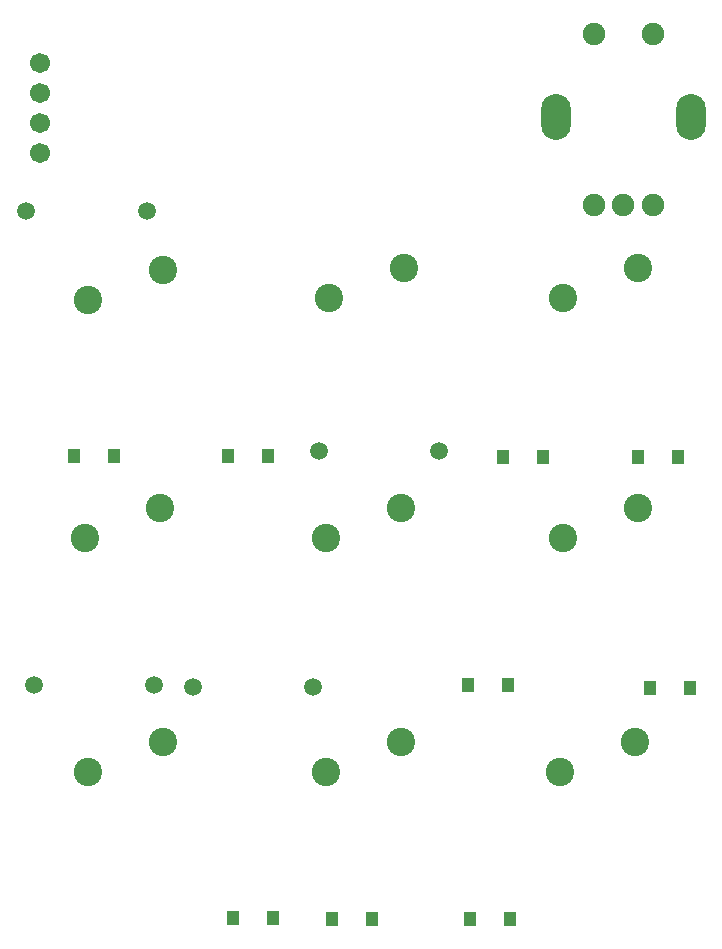
<source format=gts>
G04 Layer: TopSolderMaskLayer*
G04 EasyEDA v6.5.46, 2024-09-20 13:26:03*
G04 2d8f00c50ae54bd9acad4b1cc035e29b,c0cefccd67054bf09917bfb35b18985a,10*
G04 Gerber Generator version 0.2*
G04 Scale: 100 percent, Rotated: No, Reflected: No *
G04 Dimensions in millimeters *
G04 leading zeros omitted , absolute positions ,4 integer and 5 decimal *
%FSLAX45Y45*%
%MOMM*%

%AMMACRO1*4,1,8,-0.4961,-0.6258,-0.5258,-0.596,-0.5258,0.5961,-0.4961,0.6258,0.496,0.6258,0.5258,0.5961,0.5258,-0.596,0.496,-0.6258,-0.4961,-0.6258,0*%
%ADD10C,1.5016*%
%ADD11MACRO1*%
%ADD12C,1.7016*%
%ADD13C,2.4032*%
%ADD14C,1.9016*%
%ADD15O,2.5015952X3.9015924*%

%LPD*%
D10*
G01*
X4421606Y4597400D03*
G01*
X3401593Y4597400D03*
G01*
X3354806Y2603500D03*
G01*
X2334793Y2603500D03*
G01*
X1945106Y6629400D03*
G01*
X925093Y6629400D03*
G01*
X2008606Y2616200D03*
G01*
X988593Y2616200D03*
D11*
G01*
X5300040Y4546600D03*
G01*
X4961559Y4546600D03*
G01*
X5020640Y635000D03*
G01*
X4682159Y635000D03*
G01*
X1667840Y4559300D03*
G01*
X1329359Y4559300D03*
G01*
X6443040Y4546600D03*
G01*
X6104559Y4546600D03*
G01*
X3852240Y635000D03*
G01*
X3513759Y635000D03*
G01*
X5007940Y2616200D03*
G01*
X4669459Y2616200D03*
G01*
X6544640Y2590800D03*
G01*
X6206159Y2590800D03*
G01*
X3014040Y647700D03*
G01*
X2675559Y647700D03*
G01*
X2975940Y4559300D03*
G01*
X2637459Y4559300D03*
D12*
G01*
X1041400Y7124700D03*
G01*
X1041400Y7378700D03*
G01*
X1041400Y7632700D03*
G01*
X1041400Y7886700D03*
D13*
G01*
X1447800Y5880100D03*
G01*
X2082800Y6134100D03*
G01*
X3467100Y3860800D03*
G01*
X4102100Y4114800D03*
G01*
X5473700Y3860800D03*
G01*
X6108700Y4114800D03*
G01*
X5473700Y5892800D03*
G01*
X6108700Y6146800D03*
G01*
X5448300Y1879600D03*
G01*
X6083300Y2133600D03*
G01*
X1447800Y1879600D03*
G01*
X2082800Y2133600D03*
G01*
X3467100Y1879600D03*
G01*
X4102100Y2133600D03*
G01*
X3492500Y5892800D03*
G01*
X4127500Y6146800D03*
G01*
X1422400Y3860800D03*
G01*
X2057400Y4114800D03*
D14*
G01*
X5731713Y8129092D03*
G01*
X6231712Y8129092D03*
G01*
X5731713Y6679107D03*
G01*
X5981700Y6679107D03*
G01*
X6231712Y6679107D03*
D15*
G01*
X5411698Y7429093D03*
G01*
X6551701Y7429093D03*
M02*

</source>
